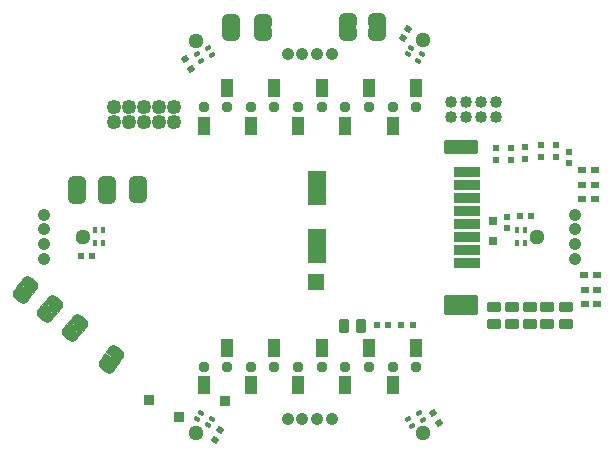
<source format=gbs>
%TF.GenerationSoftware,KiCad,Pcbnew,9.0.5*%
%TF.CreationDate,2025-12-11T12:43:02+01:00*%
%TF.ProjectId,MemShield,4d656d53-6869-4656-9c64-2e6b69636164,rev?*%
%TF.SameCoordinates,Original*%
%TF.FileFunction,Soldermask,Bot*%
%TF.FilePolarity,Negative*%
%FSLAX46Y46*%
G04 Gerber Fmt 4.6, Leading zero omitted, Abs format (unit mm)*
G04 Created by KiCad (PCBNEW 9.0.5) date 2025-12-11 12:43:02*
%MOMM*%
%LPD*%
G01*
G04 APERTURE LIST*
G04 Aperture macros list*
%AMRoundRect*
0 Rectangle with rounded corners*
0 $1 Rounding radius*
0 $2 $3 $4 $5 $6 $7 $8 $9 X,Y pos of 4 corners*
0 Add a 4 corners polygon primitive as box body*
4,1,4,$2,$3,$4,$5,$6,$7,$8,$9,$2,$3,0*
0 Add four circle primitives for the rounded corners*
1,1,$1+$1,$2,$3*
1,1,$1+$1,$4,$5*
1,1,$1+$1,$6,$7*
1,1,$1+$1,$8,$9*
0 Add four rect primitives between the rounded corners*
20,1,$1+$1,$2,$3,$4,$5,0*
20,1,$1+$1,$4,$5,$6,$7,0*
20,1,$1+$1,$6,$7,$8,$9,0*
20,1,$1+$1,$8,$9,$2,$3,0*%
%AMRotRect*
0 Rectangle, with rotation*
0 The origin of the aperture is its center*
0 $1 length*
0 $2 width*
0 $3 Rotation angle, in degrees counterclockwise*
0 Add horizontal line*
21,1,$1,$2,0,0,$3*%
%AMFreePoly0*
4,1,23,0.500000,-0.750000,0.000000,-0.750000,0.000000,-0.745722,-0.065263,-0.745722,-0.191342,-0.711940,-0.304381,-0.646677,-0.396677,-0.554381,-0.461940,-0.441342,-0.495722,-0.315263,-0.495722,-0.250000,-0.500000,-0.250000,-0.500000,0.250000,-0.495722,0.250000,-0.495722,0.315263,-0.461940,0.441342,-0.396677,0.554381,-0.304381,0.646677,-0.191342,0.711940,-0.065263,0.745722,0.000000,0.745722,
0.000000,0.750000,0.500000,0.750000,0.500000,-0.750000,0.500000,-0.750000,$1*%
%AMFreePoly1*
4,1,23,0.000000,0.745722,0.065263,0.745722,0.191342,0.711940,0.304381,0.646677,0.396677,0.554381,0.461940,0.441342,0.495722,0.315263,0.495722,0.250000,0.500000,0.250000,0.500000,-0.250000,0.495722,-0.250000,0.495722,-0.315263,0.461940,-0.441342,0.396677,-0.554381,0.304381,-0.646677,0.191342,-0.711940,0.065263,-0.745722,0.000000,-0.745722,0.000000,-0.750000,-0.500000,-0.750000,
-0.500000,0.750000,0.000000,0.750000,0.000000,0.745722,0.000000,0.745722,$1*%
%AMFreePoly2*
4,1,33,0.181428,0.598088,0.294623,0.551201,0.396496,0.483132,0.483132,0.396496,0.551201,0.294623,0.598088,0.181428,0.621990,0.061261,0.621990,-0.061261,0.598088,-0.181428,0.551201,-0.294623,0.483132,-0.396496,0.396496,-0.483132,0.294623,-0.551201,0.181428,-0.598088,0.061261,-0.621990,-0.061261,-0.621990,-0.181428,-0.598088,-0.294623,-0.551201,-0.396496,-0.483132,-0.483132,-0.396496,
-0.551201,-0.294623,-0.598088,-0.181428,-0.621990,-0.061261,-0.621990,0.061261,-0.598088,0.181428,-0.551201,0.294623,-0.483132,0.396496,-0.396496,0.483132,-0.294623,0.551201,-0.181428,0.598088,-0.061261,0.621990,0.061261,0.621990,0.181428,0.598088,0.181428,0.598088,$1*%
G04 Aperture macros list end*
%ADD10C,0.000000*%
%ADD11R,0.850000X0.850000*%
%ADD12C,1.066800*%
%ADD13C,1.254000*%
%ADD14C,1.016000*%
%ADD15R,0.654800X0.558800*%
%ADD16FreePoly0,270.000000*%
%ADD17FreePoly1,270.000000*%
%ADD18R,0.609600X0.504800*%
%ADD19RotRect,0.504800X0.558800X300.000000*%
%ADD20R,0.350000X0.550000*%
%ADD21FreePoly2,270.000000*%
%ADD22C,0.950000*%
%ADD23R,1.000000X1.600000*%
%ADD24FreePoly0,232.500000*%
%ADD25FreePoly1,232.500000*%
%ADD26R,0.504800X0.558800*%
%ADD27RotRect,0.504800X0.558800X240.000000*%
%ADD28RotRect,0.550000X0.350000X30.000000*%
%ADD29FreePoly2,30.000000*%
%ADD30RoundRect,0.102000X-0.450000X0.325000X-0.450000X-0.325000X0.450000X-0.325000X0.450000X0.325000X0*%
%ADD31R,0.800000X0.650000*%
%ADD32FreePoly0,90.000000*%
%ADD33FreePoly1,90.000000*%
%ADD34RotRect,0.550000X0.350000X210.000000*%
%ADD35FreePoly2,210.000000*%
%ADD36R,0.504800X0.609600*%
%ADD37RoundRect,0.102000X-0.325000X-0.450000X0.325000X-0.450000X0.325000X0.450000X-0.325000X0.450000X0*%
%ADD38RotRect,0.550000X0.350000X330.000000*%
%ADD39FreePoly2,330.000000*%
%ADD40R,0.558800X0.504800*%
%ADD41RotRect,0.504800X0.558800X120.000000*%
%ADD42FreePoly2,90.000000*%
%ADD43RoundRect,0.102000X-1.000000X0.350000X-1.000000X-0.350000X1.000000X-0.350000X1.000000X0.350000X0*%
%ADD44RoundRect,0.102000X-0.700000X1.350000X-0.700000X-1.350000X0.700000X-1.350000X0.700000X1.350000X0*%
%ADD45RoundRect,0.102000X-1.300000X0.500000X-1.300000X-0.500000X1.300000X-0.500000X1.300000X0.500000X0*%
%ADD46RoundRect,0.102000X-1.300000X0.750000X-1.300000X-0.750000X1.300000X-0.750000X1.300000X0.750000X0*%
%ADD47RoundRect,0.102000X-0.600000X0.600000X-0.600000X-0.600000X0.600000X-0.600000X0.600000X0.600000X0*%
%ADD48RotRect,0.504800X0.558800X60.000000*%
%ADD49RotRect,0.550000X0.350000X150.000000*%
%ADD50FreePoly2,150.000000*%
G04 APERTURE END LIST*
%TO.C,J7*%
G36*
X140740100Y-89166820D02*
G01*
X142240100Y-89166820D01*
X142240100Y-89466820D01*
X140740100Y-89466820D01*
X140740100Y-89166820D01*
G37*
D10*
%TO.C,J4*%
G36*
X122080734Y-111870068D02*
G01*
X121898106Y-112108074D01*
X120708076Y-111194932D01*
X120890704Y-110956926D01*
X122080734Y-111870068D01*
G37*
%TO.C,J9*%
G36*
X147940100Y-89116820D02*
G01*
X149440100Y-89116820D01*
X149440100Y-89416820D01*
X147940100Y-89416820D01*
X147940100Y-89116820D01*
G37*
%TO.C,J15*%
G36*
X126540100Y-103216820D02*
G01*
X125040100Y-103216820D01*
X125040100Y-102916820D01*
X126540100Y-102916820D01*
X126540100Y-103216820D01*
G37*
%TO.C,J2*%
G36*
X129376429Y-117754388D02*
G01*
X129193801Y-117992394D01*
X128003771Y-117079252D01*
X128186399Y-116841246D01*
X129376429Y-117754388D01*
G37*
%TO.C,J3*%
G36*
X124180734Y-113470068D02*
G01*
X123998106Y-113708074D01*
X122808076Y-112794932D01*
X122990704Y-112556926D01*
X124180734Y-113470068D01*
G37*
%TO.C,J6*%
G36*
X151960100Y-89406820D02*
G01*
X150460100Y-89406820D01*
X150460100Y-89106820D01*
X151960100Y-89106820D01*
X151960100Y-89406820D01*
G37*
%TO.C,J8*%
G36*
X138040100Y-89166820D02*
G01*
X139540100Y-89166820D01*
X139540100Y-89466820D01*
X138040100Y-89466820D01*
X138040100Y-89166820D01*
G37*
%TO.C,J16*%
G36*
X129040100Y-103216820D02*
G01*
X127540100Y-103216820D01*
X127540100Y-102916820D01*
X129040100Y-102916820D01*
X129040100Y-103216820D01*
G37*
%TO.C,J5*%
G36*
X126280734Y-115070068D02*
G01*
X126098106Y-115308074D01*
X124908076Y-114394932D01*
X125090704Y-114156926D01*
X126280734Y-115070068D01*
G37*
%TO.C,J17*%
G36*
X131710100Y-103166820D02*
G01*
X130210100Y-103166820D01*
X130210100Y-102866820D01*
X131710100Y-102866820D01*
X131710100Y-103166820D01*
G37*
%TD*%
D11*
%TO.C,GND*%
X134440100Y-122266820D03*
%TD*%
D12*
%TO.C,J12*%
X143615100Y-122493820D03*
X144865100Y-122493820D03*
X146115100Y-122493820D03*
X147365100Y-122493820D03*
%TD*%
D11*
%TO.C,VBAT*%
X138270100Y-120966820D03*
%TD*%
%TO.C,3V3*%
X131840100Y-120806820D03*
%TD*%
D12*
%TO.C,J11*%
X167967100Y-108891820D03*
X167967100Y-107641820D03*
X167967100Y-106391820D03*
X167967100Y-105141820D03*
%TD*%
%TO.C,J13*%
X147365100Y-91539820D03*
X146115100Y-91539820D03*
X144865100Y-91539820D03*
X143615100Y-91539820D03*
%TD*%
D13*
%TO.C,P3*%
X134030100Y-96016820D03*
X134030100Y-97286820D03*
X132760100Y-96016820D03*
X132760100Y-97286820D03*
X131490100Y-96016820D03*
X131490100Y-97286820D03*
X130220100Y-96016820D03*
X130220100Y-97286820D03*
X128950100Y-96016820D03*
X128950100Y-97286820D03*
%TD*%
D14*
%TO.C,P5*%
X161230100Y-96916820D03*
X161230100Y-95646820D03*
X159960100Y-96916820D03*
X159960100Y-95646820D03*
X158690100Y-96916820D03*
X158690100Y-95646820D03*
X157420100Y-96916820D03*
X157420100Y-95646820D03*
%TD*%
D12*
%TO.C,J10*%
X123013100Y-105141820D03*
X123013100Y-106391820D03*
X123013100Y-107641820D03*
X123013100Y-108891820D03*
%TD*%
D15*
%TO.C,R8*%
X168510100Y-103866820D03*
X169596700Y-103866820D03*
%TD*%
D16*
%TO.C,J7*%
X141490100Y-88666820D03*
D17*
X141490100Y-89966820D03*
%TD*%
D18*
%TO.C,D4*%
X167390100Y-100804220D03*
X167390100Y-99816820D03*
%TD*%
D19*
%TO.C,C26*%
X155920688Y-121941431D03*
X156388988Y-122752551D03*
%TD*%
D18*
%TO.C,D2*%
X162490100Y-100535820D03*
X162490100Y-99548420D03*
%TD*%
D15*
%TO.C,R13*%
X168720100Y-110276820D03*
X169806700Y-110276820D03*
%TD*%
D20*
%TO.C,M3*%
X163015100Y-106491820D03*
X163665100Y-106491820D03*
D21*
X164690100Y-107016820D03*
D20*
X163665100Y-107541820D03*
X163015100Y-107541820D03*
%TD*%
D22*
%TO.C,P1*%
X154490100Y-96016820D03*
D23*
X154490100Y-94416820D03*
X152490100Y-97616820D03*
D22*
X152490100Y-96016820D03*
X150490100Y-96016820D03*
D23*
X150490100Y-94416820D03*
X148490100Y-97616820D03*
D22*
X148490100Y-96016820D03*
X146490100Y-96016820D03*
D23*
X146490100Y-94416820D03*
X144490100Y-97616820D03*
D22*
X144490100Y-96016820D03*
X142490100Y-96016820D03*
D23*
X142490100Y-94416820D03*
X140490100Y-97616820D03*
D22*
X140490100Y-96016820D03*
X138490100Y-96016820D03*
D23*
X138490100Y-94416820D03*
X136490100Y-97616820D03*
D22*
X136490100Y-96016820D03*
%TD*%
D15*
%TO.C,R10*%
X168510100Y-101366820D03*
X169596700Y-101366820D03*
%TD*%
D24*
%TO.C,J4*%
X121790100Y-111016820D03*
D25*
X120998710Y-112048180D03*
%TD*%
D26*
%TO.C,C19*%
X152126700Y-114516820D03*
X151190100Y-114516820D03*
%TD*%
D16*
%TO.C,J9*%
X148690100Y-88616820D03*
D17*
X148690100Y-89916820D03*
%TD*%
D27*
%TO.C,C27*%
X137907087Y-123395283D03*
X137438787Y-124206403D03*
%TD*%
D28*
%TO.C,M2*%
X136272936Y-92129912D03*
X135947936Y-91566996D03*
D29*
X135890099Y-90416820D03*
D28*
X136857263Y-91041996D03*
X137182263Y-91604912D03*
%TD*%
D30*
%TO.C,R17*%
X165590100Y-112966820D03*
X165590100Y-114416820D03*
%TD*%
D31*
%TO.C,C21*%
X160990100Y-107341820D03*
X160990100Y-105691820D03*
%TD*%
D15*
%TO.C,R9*%
X168546800Y-102616820D03*
X169633400Y-102616820D03*
%TD*%
D32*
%TO.C,J15*%
X125790100Y-103716820D03*
D33*
X125790100Y-102416820D03*
%TD*%
D34*
%TO.C,M4*%
X154707263Y-121953728D03*
X155032263Y-122516644D03*
D35*
X155090100Y-123666820D03*
D34*
X154122936Y-123041644D03*
X153797936Y-122478728D03*
%TD*%
D18*
%TO.C,D3*%
X161290100Y-100535820D03*
X161290100Y-99548420D03*
%TD*%
D22*
%TO.C,P2*%
X154490100Y-118016820D03*
D23*
X154490100Y-116416820D03*
X152490100Y-119616820D03*
D22*
X152490100Y-118016820D03*
X150490100Y-118016820D03*
D23*
X150490100Y-116416820D03*
X148490100Y-119616820D03*
D22*
X148490100Y-118016820D03*
X146490100Y-118016820D03*
D23*
X146490100Y-116416820D03*
X144490100Y-119616820D03*
D22*
X144490100Y-118016820D03*
X142490100Y-118016820D03*
D23*
X142490100Y-116416820D03*
X140490100Y-119616820D03*
D22*
X140490100Y-118016820D03*
X138490100Y-118016820D03*
D23*
X138490100Y-116416820D03*
X136490100Y-119616820D03*
D22*
X136490100Y-118016820D03*
%TD*%
D36*
%TO.C,D7*%
X153196400Y-114516820D03*
X154183800Y-114516820D03*
%TD*%
D37*
%TO.C,R19*%
X148365100Y-114616820D03*
X149815100Y-114616820D03*
%TD*%
D24*
%TO.C,J2*%
X129085795Y-116901140D03*
D25*
X128294405Y-117932500D03*
%TD*%
D24*
%TO.C,J3*%
X123890100Y-112616820D03*
D25*
X123098710Y-113648180D03*
%TD*%
D15*
%TO.C,R12*%
X168746800Y-111516820D03*
X169833400Y-111516820D03*
%TD*%
D18*
%TO.C,D5*%
X166290100Y-100235820D03*
X166290100Y-99248420D03*
%TD*%
D30*
%TO.C,R14*%
X162590100Y-112966820D03*
X162590100Y-114416820D03*
%TD*%
D32*
%TO.C,J6*%
X151210100Y-89906820D03*
D33*
X151210100Y-88606820D03*
%TD*%
D26*
%TO.C,C23*%
X127058400Y-108616820D03*
X126121800Y-108616820D03*
%TD*%
D16*
%TO.C,J8*%
X138790100Y-88666820D03*
D17*
X138790100Y-89966820D03*
%TD*%
D38*
%TO.C,M7*%
X153761510Y-91588582D03*
X154086510Y-91025666D03*
D39*
X155053673Y-90400491D03*
D38*
X154995837Y-91550666D03*
X154670837Y-92113582D03*
%TD*%
D18*
%TO.C,D6*%
X165090100Y-100235820D03*
X165090100Y-99248420D03*
%TD*%
D32*
%TO.C,J16*%
X128290100Y-103716820D03*
D33*
X128290100Y-102416820D03*
%TD*%
D15*
%TO.C,R11*%
X168750100Y-112756820D03*
X169836700Y-112756820D03*
%TD*%
D40*
%TO.C,C20*%
X162160100Y-106265120D03*
X162160100Y-105328520D03*
%TD*%
D26*
%TO.C,C25*%
X163283500Y-105297530D03*
X164220100Y-105297530D03*
%TD*%
D41*
%TO.C,C24*%
X135424250Y-92822380D03*
X134955950Y-92011260D03*
%TD*%
D24*
%TO.C,J5*%
X125990100Y-114216820D03*
D25*
X125198710Y-115248180D03*
%TD*%
D30*
%TO.C,R15*%
X161090100Y-112966820D03*
X161090100Y-114416820D03*
%TD*%
%TO.C,R18*%
X164090100Y-112966820D03*
X164090100Y-114416820D03*
%TD*%
D20*
%TO.C,M1*%
X127965100Y-107541820D03*
X127315100Y-107541820D03*
D42*
X126290100Y-107016820D03*
D20*
X127315100Y-106491820D03*
X127965100Y-106491820D03*
%TD*%
D32*
%TO.C,J17*%
X130960100Y-103666820D03*
D33*
X130960100Y-102366820D03*
%TD*%
D18*
%TO.C,D1*%
X163690100Y-100416820D03*
X163690100Y-99429420D03*
%TD*%
D43*
%TO.C,J1*%
X158790100Y-109216820D03*
X158790100Y-108116820D03*
X158790100Y-107016820D03*
X158790100Y-105916820D03*
X158790100Y-104816820D03*
X158790100Y-103716820D03*
X158790100Y-102616820D03*
X158790100Y-101516820D03*
D44*
X146090100Y-107816820D03*
D45*
X158290100Y-99416820D03*
D46*
X158290100Y-112766820D03*
D44*
X146090100Y-102916820D03*
D47*
X145990100Y-110866820D03*
%TD*%
D30*
%TO.C,R16*%
X167190100Y-112966820D03*
X167190100Y-114416820D03*
%TD*%
D48*
%TO.C,C29*%
X153355950Y-90222380D03*
X153824250Y-89411260D03*
%TD*%
D49*
%TO.C,M5*%
X137174427Y-122428904D03*
X136849427Y-122991820D03*
D50*
X135882264Y-123616995D03*
D49*
X135940100Y-122466820D03*
X136265100Y-121903904D03*
%TD*%
M02*

</source>
